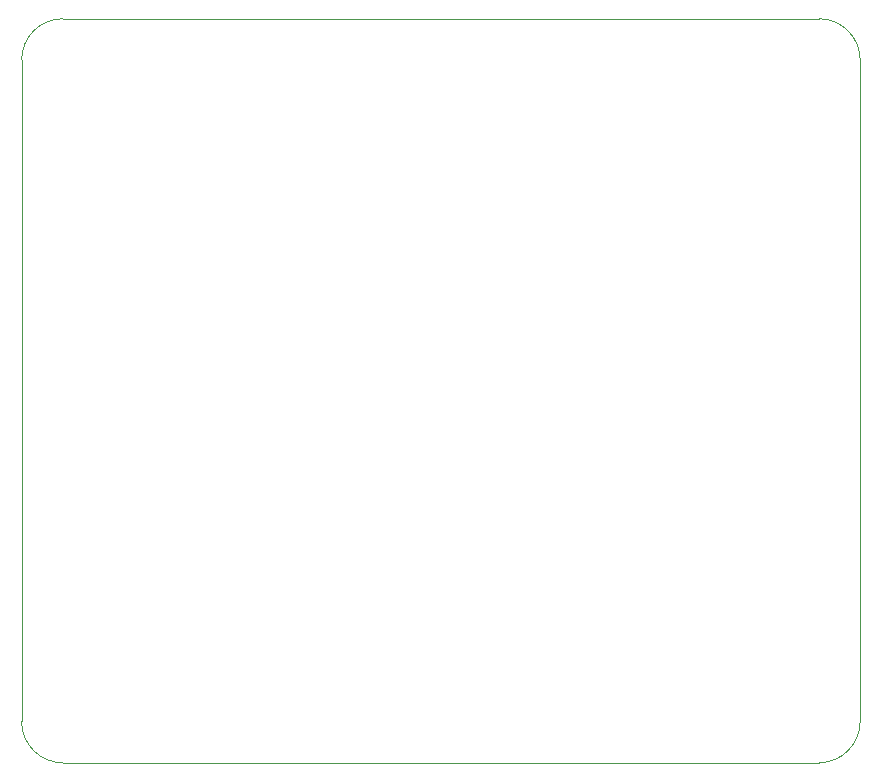
<source format=gm1>
%TF.GenerationSoftware,KiCad,Pcbnew,7.0.1*%
%TF.CreationDate,2023-04-29T01:33:37-04:00*%
%TF.ProjectId,PowerSection,506f7765-7253-4656-9374-696f6e2e6b69,rev?*%
%TF.SameCoordinates,Original*%
%TF.FileFunction,Profile,NP*%
%FSLAX46Y46*%
G04 Gerber Fmt 4.6, Leading zero omitted, Abs format (unit mm)*
G04 Created by KiCad (PCBNEW 7.0.1) date 2023-04-29 01:33:37*
%MOMM*%
%LPD*%
G01*
G04 APERTURE LIST*
%TA.AperFunction,Profile*%
%ADD10C,0.100000*%
%TD*%
G04 APERTURE END LIST*
D10*
X165500000Y-109000000D02*
X101500000Y-109000000D01*
X98000000Y-49500000D02*
X98000000Y-105500000D01*
X169000000Y-49500000D02*
G75*
G03*
X165500000Y-46000000I-3500000J0D01*
G01*
X169000000Y-49500000D02*
X169000000Y-105500000D01*
X165500000Y-109000000D02*
G75*
G03*
X169000000Y-105500000I0J3500000D01*
G01*
X101500000Y-46000000D02*
X165500000Y-46000000D01*
X98000000Y-105500000D02*
G75*
G03*
X101500000Y-109000000I3500000J0D01*
G01*
X101500000Y-46000000D02*
G75*
G03*
X98000000Y-49500000I0J-3500000D01*
G01*
M02*

</source>
